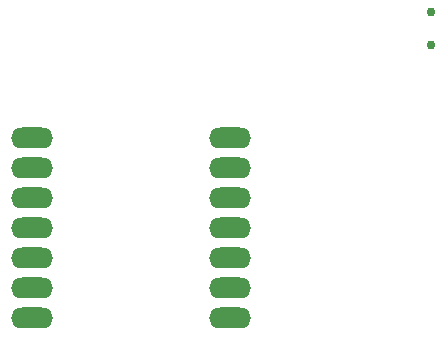
<source format=gbr>
%TF.GenerationSoftware,KiCad,Pcbnew,7.0.10*%
%TF.CreationDate,2024-01-17T15:43:09-08:00*%
%TF.ProjectId,test-1,74657374-2d31-42e6-9b69-6361645f7063,rev?*%
%TF.SameCoordinates,Original*%
%TF.FileFunction,Soldermask,Top*%
%TF.FilePolarity,Negative*%
%FSLAX46Y46*%
G04 Gerber Fmt 4.6, Leading zero omitted, Abs format (unit mm)*
G04 Created by KiCad (PCBNEW 7.0.10) date 2024-01-17 15:43:09*
%MOMM*%
%LPD*%
G01*
G04 APERTURE LIST*
%ADD10O,3.556000X1.778000*%
%ADD11C,0.750000*%
G04 APERTURE END LIST*
D10*
%TO.C,U1*%
X65278000Y-45720000D03*
X65278000Y-48260000D03*
X65278000Y-50800000D03*
X65278000Y-53340000D03*
X65278000Y-55880000D03*
X65278000Y-58420000D03*
X65278000Y-60960000D03*
X82042000Y-45720000D03*
X82042000Y-48260000D03*
X82042000Y-50800000D03*
X82042000Y-53340000D03*
X82042000Y-55880000D03*
X82042000Y-58420000D03*
X82042000Y-60960000D03*
%TD*%
D11*
%TO.C,SW1*%
X99095000Y-37785000D03*
X99095000Y-35035000D03*
%TD*%
M02*

</source>
